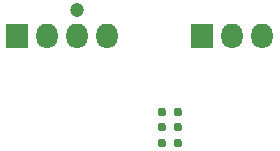
<source format=gbr>
%TF.GenerationSoftware,KiCad,Pcbnew,5.1.6*%
%TF.CreationDate,2020-06-25T18:24:33-05:00*%
%TF.ProjectId,fancontrol,66616e63-6f6e-4747-926f-6c2e6b696361,rev?*%
%TF.SameCoordinates,Original*%
%TF.FileFunction,Soldermask,Bot*%
%TF.FilePolarity,Negative*%
%FSLAX46Y46*%
G04 Gerber Fmt 4.6, Leading zero omitted, Abs format (unit mm)*
G04 Created by KiCad (PCBNEW 5.1.6) date 2020-06-25 18:24:33*
%MOMM*%
%LPD*%
G01*
G04 APERTURE LIST*
%ADD10C,0.770000*%
%ADD11O,1.830000X2.130000*%
%ADD12R,1.830000X2.130000*%
%ADD13C,1.200000*%
G04 APERTURE END LIST*
D10*
%TO.C,U1*%
X156650000Y-98290000D03*
X155350000Y-98290000D03*
X156650000Y-95690000D03*
X156650000Y-96990000D03*
X155350000Y-96990000D03*
X155350000Y-95690000D03*
%TD*%
D11*
%TO.C,J2*%
X163830000Y-89240000D03*
X161290000Y-89240000D03*
D12*
X158750000Y-89240000D03*
%TD*%
D13*
%TO.C,J1*%
X148180000Y-87080000D03*
D11*
X150720000Y-89240000D03*
X148180000Y-89240000D03*
X145640000Y-89240000D03*
D12*
X143100000Y-89240000D03*
%TD*%
M02*

</source>
